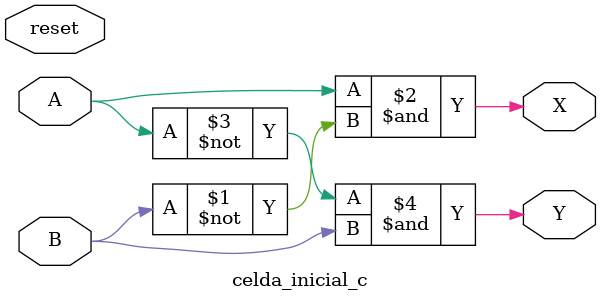
<source format=v>
module celda_inicial_c(
    input wire  A,
    input wire  B,
    input reset,
    output wire X,
    output wire Y
); 
//Declaracion de variables para conectarlas al modulo, (A,B,x,y) son las entradas y (X,Y) son las salidas.
    assign X = A & ~B;
    assign Y = ~A & B;
//X corresponde a la funcion obtenida a mano resolviendo la red iterativa, X = (A')*B y Y = 0 
endmodule
</source>
